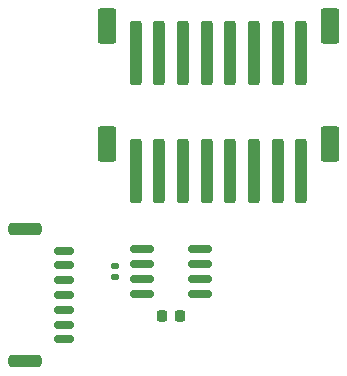
<source format=gbr>
%TF.GenerationSoftware,KiCad,Pcbnew,9.0.0*%
%TF.CreationDate,2025-02-28T01:07:07-08:00*%
%TF.ProjectId,CAN Adapter Board - R1,43414e20-4164-4617-9074-657220426f61,rev?*%
%TF.SameCoordinates,Original*%
%TF.FileFunction,Paste,Top*%
%TF.FilePolarity,Positive*%
%FSLAX46Y46*%
G04 Gerber Fmt 4.6, Leading zero omitted, Abs format (unit mm)*
G04 Created by KiCad (PCBNEW 9.0.0) date 2025-02-28 01:07:07*
%MOMM*%
%LPD*%
G01*
G04 APERTURE LIST*
G04 Aperture macros list*
%AMRoundRect*
0 Rectangle with rounded corners*
0 $1 Rounding radius*
0 $2 $3 $4 $5 $6 $7 $8 $9 X,Y pos of 4 corners*
0 Add a 4 corners polygon primitive as box body*
4,1,4,$2,$3,$4,$5,$6,$7,$8,$9,$2,$3,0*
0 Add four circle primitives for the rounded corners*
1,1,$1+$1,$2,$3*
1,1,$1+$1,$4,$5*
1,1,$1+$1,$6,$7*
1,1,$1+$1,$8,$9*
0 Add four rect primitives between the rounded corners*
20,1,$1+$1,$2,$3,$4,$5,0*
20,1,$1+$1,$4,$5,$6,$7,0*
20,1,$1+$1,$6,$7,$8,$9,0*
20,1,$1+$1,$8,$9,$2,$3,0*%
G04 Aperture macros list end*
%ADD10RoundRect,0.140000X-0.170000X0.140000X-0.170000X-0.140000X0.170000X-0.140000X0.170000X0.140000X0*%
%ADD11RoundRect,0.150000X0.700000X-0.150000X0.700000X0.150000X-0.700000X0.150000X-0.700000X-0.150000X0*%
%ADD12RoundRect,0.250000X1.150000X-0.250000X1.150000X0.250000X-1.150000X0.250000X-1.150000X-0.250000X0*%
%ADD13RoundRect,0.225000X0.225000X0.250000X-0.225000X0.250000X-0.225000X-0.250000X0.225000X-0.250000X0*%
%ADD14RoundRect,0.250000X-0.250000X-2.500000X0.250000X-2.500000X0.250000X2.500000X-0.250000X2.500000X0*%
%ADD15RoundRect,0.250000X-0.550000X-1.250000X0.550000X-1.250000X0.550000X1.250000X-0.550000X1.250000X0*%
%ADD16RoundRect,0.150000X-0.825000X-0.150000X0.825000X-0.150000X0.825000X0.150000X-0.825000X0.150000X0*%
G04 APERTURE END LIST*
D10*
%TO.C,C4*%
X10250000Y10480000D03*
X10250000Y9520000D03*
%TD*%
D11*
%TO.C,J3*%
X5950000Y4250000D03*
X5950000Y5500000D03*
X5950000Y6750000D03*
X5950000Y8000000D03*
X5950000Y9250000D03*
X5950000Y10500000D03*
X5950000Y11750000D03*
D12*
X2600000Y2400000D03*
X2600000Y13600000D03*
%TD*%
D13*
%TO.C,C2*%
X15775000Y6250000D03*
X14225000Y6250000D03*
%TD*%
D14*
%TO.C,J2*%
X12000000Y18500000D03*
X14000000Y18500000D03*
X16000000Y18500000D03*
X18000000Y18500000D03*
X20000000Y18500000D03*
X22000000Y18500000D03*
X24000000Y18500000D03*
X26000000Y18500000D03*
D15*
X9600000Y20750000D03*
X28400000Y20750000D03*
%TD*%
D14*
%TO.C,J1*%
X12000000Y28500000D03*
X14000000Y28500000D03*
X16000000Y28500000D03*
X18000000Y28500000D03*
X20000000Y28500000D03*
X22000000Y28500000D03*
X24000000Y28500000D03*
X26000000Y28500000D03*
D15*
X9600000Y30750000D03*
X28400000Y30750000D03*
%TD*%
D16*
%TO.C,U2*%
X12525000Y11905000D03*
X12525000Y10635000D03*
X12525000Y9365000D03*
X12525000Y8095000D03*
X17475000Y8095000D03*
X17475000Y9365000D03*
X17475000Y10635000D03*
X17475000Y11905000D03*
%TD*%
M02*

</source>
